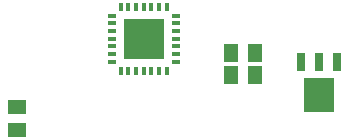
<source format=gtp>
G75*
G70*
%OFA0B0*%
%FSLAX24Y24*%
%IPPOS*%
%LPD*%
%AMOC8*
5,1,8,0,0,1.08239X$1,22.5*
%
%ADD10R,0.0128X0.0269*%
%ADD11R,0.0269X0.0128*%
%ADD12R,0.0128X0.0269*%
%ADD13R,0.1367X0.1367*%
%ADD14R,0.0591X0.0472*%
%ADD15R,0.0512X0.0630*%
%ADD16R,0.0315X0.0591*%
%ADD17R,0.0984X0.1181*%
D10*
X028221Y007811D03*
X028477Y007811D03*
X028733Y007811D03*
X028989Y007811D03*
X029245Y007811D03*
X029501Y007811D03*
X029757Y007811D03*
D11*
X030052Y007515D03*
X030052Y007260D03*
X030052Y007004D03*
X030052Y006748D03*
X030052Y006492D03*
X030052Y006236D03*
X030052Y005980D03*
X027926Y005980D03*
X027926Y006236D03*
X027926Y006492D03*
X027926Y006748D03*
X027926Y007004D03*
X027926Y007260D03*
X027926Y007515D03*
D12*
X028221Y005684D03*
X028477Y005684D03*
X028733Y005684D03*
X028989Y005684D03*
X029245Y005684D03*
X029501Y005684D03*
X029757Y005684D03*
D13*
X028989Y006748D03*
D14*
X024770Y003721D03*
X024770Y004471D03*
D15*
X031896Y005546D03*
X032684Y005546D03*
X032684Y006289D03*
X031896Y006289D03*
D16*
X034235Y005961D03*
X034826Y005961D03*
X035416Y005961D03*
D17*
X034826Y004858D03*
M02*

</source>
